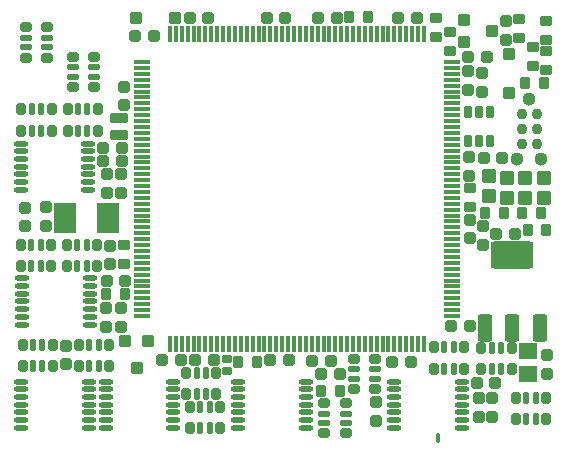
<source format=gts>
G04*
G04 #@! TF.GenerationSoftware,Altium Limited,Altium Designer,20.2.7 (254)*
G04*
G04 Layer_Color=7674933*
%FSLAX25Y25*%
%MOIN*%
G70*
G04*
G04 #@! TF.SameCoordinates,2CAF1E14-90DA-4ECA-8151-D2BA910CDBF6*
G04*
G04*
G04 #@! TF.FilePolarity,Negative*
G04*
G01*
G75*
G04:AMPARAMS|DCode=43|XSize=33.07mil|YSize=41.73mil|CornerRadius=5.51mil|HoleSize=0mil|Usage=FLASHONLY|Rotation=180.000|XOffset=0mil|YOffset=0mil|HoleType=Round|Shape=RoundedRectangle|*
%AMROUNDEDRECTD43*
21,1,0.03307,0.03071,0,0,180.0*
21,1,0.02205,0.04173,0,0,180.0*
1,1,0.01102,-0.01102,0.01535*
1,1,0.01102,0.01102,0.01535*
1,1,0.01102,0.01102,-0.01535*
1,1,0.01102,-0.01102,-0.01535*
%
%ADD43ROUNDEDRECTD43*%
G04:AMPARAMS|DCode=44|XSize=15.35mil|YSize=33.07mil|CornerRadius=7.68mil|HoleSize=0mil|Usage=FLASHONLY|Rotation=180.000|XOffset=0mil|YOffset=0mil|HoleType=Round|Shape=RoundedRectangle|*
%AMROUNDEDRECTD44*
21,1,0.01535,0.01772,0,0,180.0*
21,1,0.00000,0.03307,0,0,180.0*
1,1,0.01535,0.00000,0.00886*
1,1,0.01535,0.00000,0.00886*
1,1,0.01535,0.00000,-0.00886*
1,1,0.01535,0.00000,-0.00886*
%
%ADD44ROUNDEDRECTD44*%
G04:AMPARAMS|DCode=45|XSize=143.31mil|YSize=90.16mil|CornerRadius=11.22mil|HoleSize=0mil|Usage=FLASHONLY|Rotation=0.000|XOffset=0mil|YOffset=0mil|HoleType=Round|Shape=RoundedRectangle|*
%AMROUNDEDRECTD45*
21,1,0.14331,0.06772,0,0,0.0*
21,1,0.12087,0.09016,0,0,0.0*
1,1,0.02244,0.06043,-0.03386*
1,1,0.02244,-0.06043,-0.03386*
1,1,0.02244,-0.06043,0.03386*
1,1,0.02244,0.06043,0.03386*
%
%ADD45ROUNDEDRECTD45*%
G04:AMPARAMS|DCode=46|XSize=48.82mil|YSize=90.16mil|CornerRadius=7.09mil|HoleSize=0mil|Usage=FLASHONLY|Rotation=0.000|XOffset=0mil|YOffset=0mil|HoleType=Round|Shape=RoundedRectangle|*
%AMROUNDEDRECTD46*
21,1,0.04882,0.07598,0,0,0.0*
21,1,0.03465,0.09016,0,0,0.0*
1,1,0.01417,0.01732,-0.03799*
1,1,0.01417,-0.01732,-0.03799*
1,1,0.01417,-0.01732,0.03799*
1,1,0.01417,0.01732,0.03799*
%
%ADD46ROUNDEDRECTD46*%
G04:AMPARAMS|DCode=47|XSize=48.82mil|YSize=90.16mil|CornerRadius=7.09mil|HoleSize=0mil|Usage=FLASHONLY|Rotation=0.000|XOffset=0mil|YOffset=0mil|HoleType=Round|Shape=RoundedRectangle|*
%AMROUNDEDRECTD47*
21,1,0.04882,0.07599,0,0,0.0*
21,1,0.03465,0.09016,0,0,0.0*
1,1,0.01417,0.01732,-0.03799*
1,1,0.01417,-0.01732,-0.03799*
1,1,0.01417,-0.01732,0.03799*
1,1,0.01417,0.01732,0.03799*
%
%ADD47ROUNDEDRECTD47*%
%ADD48O,0.04882X0.01732*%
%ADD49O,0.05669X0.01417*%
%ADD50O,0.01417X0.05669*%
G04:AMPARAMS|DCode=51|XSize=38.98mil|YSize=38.98mil|CornerRadius=6.1mil|HoleSize=0mil|Usage=FLASHONLY|Rotation=180.000|XOffset=0mil|YOffset=0mil|HoleType=Round|Shape=RoundedRectangle|*
%AMROUNDEDRECTD51*
21,1,0.03898,0.02677,0,0,180.0*
21,1,0.02677,0.03898,0,0,180.0*
1,1,0.01221,-0.01339,0.01339*
1,1,0.01221,0.01339,0.01339*
1,1,0.01221,0.01339,-0.01339*
1,1,0.01221,-0.01339,-0.01339*
%
%ADD51ROUNDEDRECTD51*%
G04:AMPARAMS|DCode=52|XSize=38.98mil|YSize=38.98mil|CornerRadius=6.1mil|HoleSize=0mil|Usage=FLASHONLY|Rotation=270.000|XOffset=0mil|YOffset=0mil|HoleType=Round|Shape=RoundedRectangle|*
%AMROUNDEDRECTD52*
21,1,0.03898,0.02677,0,0,270.0*
21,1,0.02677,0.03898,0,0,270.0*
1,1,0.01221,-0.01339,-0.01339*
1,1,0.01221,-0.01339,0.01339*
1,1,0.01221,0.01339,0.01339*
1,1,0.01221,0.01339,-0.01339*
%
%ADD52ROUNDEDRECTD52*%
G04:AMPARAMS|DCode=53|XSize=44.88mil|YSize=48.82mil|CornerRadius=6.69mil|HoleSize=0mil|Usage=FLASHONLY|Rotation=270.000|XOffset=0mil|YOffset=0mil|HoleType=Round|Shape=RoundedRectangle|*
%AMROUNDEDRECTD53*
21,1,0.04488,0.03543,0,0,270.0*
21,1,0.03150,0.04882,0,0,270.0*
1,1,0.01339,-0.01772,-0.01575*
1,1,0.01339,-0.01772,0.01575*
1,1,0.01339,0.01772,0.01575*
1,1,0.01339,0.01772,-0.01575*
%
%ADD53ROUNDEDRECTD53*%
%ADD54R,0.06457X0.05669*%
G04:AMPARAMS|DCode=55|XSize=33.07mil|YSize=41.73mil|CornerRadius=5.51mil|HoleSize=0mil|Usage=FLASHONLY|Rotation=90.000|XOffset=0mil|YOffset=0mil|HoleType=Round|Shape=RoundedRectangle|*
%AMROUNDEDRECTD55*
21,1,0.03307,0.03071,0,0,90.0*
21,1,0.02205,0.04173,0,0,90.0*
1,1,0.01102,0.01535,0.01102*
1,1,0.01102,0.01535,-0.01102*
1,1,0.01102,-0.01535,-0.01102*
1,1,0.01102,-0.01535,0.01102*
%
%ADD55ROUNDEDRECTD55*%
G04:AMPARAMS|DCode=56|XSize=40.95mil|YSize=42.91mil|CornerRadius=6.3mil|HoleSize=0mil|Usage=FLASHONLY|Rotation=270.000|XOffset=0mil|YOffset=0mil|HoleType=Round|Shape=RoundedRectangle|*
%AMROUNDEDRECTD56*
21,1,0.04095,0.03032,0,0,270.0*
21,1,0.02835,0.04291,0,0,270.0*
1,1,0.01260,-0.01516,-0.01417*
1,1,0.01260,-0.01516,0.01417*
1,1,0.01260,0.01516,0.01417*
1,1,0.01260,0.01516,-0.01417*
%
%ADD56ROUNDEDRECTD56*%
G04:AMPARAMS|DCode=57|XSize=40.95mil|YSize=42.91mil|CornerRadius=6.3mil|HoleSize=0mil|Usage=FLASHONLY|Rotation=270.000|XOffset=0mil|YOffset=0mil|HoleType=Round|Shape=RoundedRectangle|*
%AMROUNDEDRECTD57*
21,1,0.04095,0.03032,0,0,270.0*
21,1,0.02835,0.04291,0,0,270.0*
1,1,0.01260,-0.01516,-0.01417*
1,1,0.01260,-0.01516,0.01417*
1,1,0.01260,0.01516,0.01417*
1,1,0.01260,0.01516,-0.01417*
%
%ADD57ROUNDEDRECTD57*%
%ADD58R,0.07244X0.10000*%
G04:AMPARAMS|DCode=59|XSize=29.13mil|YSize=40.95mil|CornerRadius=5.12mil|HoleSize=0mil|Usage=FLASHONLY|Rotation=180.000|XOffset=0mil|YOffset=0mil|HoleType=Round|Shape=RoundedRectangle|*
%AMROUNDEDRECTD59*
21,1,0.02913,0.03071,0,0,180.0*
21,1,0.01890,0.04095,0,0,180.0*
1,1,0.01024,-0.00945,0.01535*
1,1,0.01024,0.00945,0.01535*
1,1,0.01024,0.00945,-0.01535*
1,1,0.01024,-0.00945,-0.01535*
%
%ADD59ROUNDEDRECTD59*%
G04:AMPARAMS|DCode=60|XSize=31.1mil|YSize=37.01mil|CornerRadius=5.32mil|HoleSize=0mil|Usage=FLASHONLY|Rotation=0.000|XOffset=0mil|YOffset=0mil|HoleType=Round|Shape=RoundedRectangle|*
%AMROUNDEDRECTD60*
21,1,0.03110,0.02638,0,0,0.0*
21,1,0.02047,0.03701,0,0,0.0*
1,1,0.01063,0.01024,-0.01319*
1,1,0.01063,-0.01024,-0.01319*
1,1,0.01063,-0.01024,0.01319*
1,1,0.01063,0.01024,0.01319*
%
%ADD60ROUNDEDRECTD60*%
G04:AMPARAMS|DCode=61|XSize=23.23mil|YSize=37.01mil|CornerRadius=4.53mil|HoleSize=0mil|Usage=FLASHONLY|Rotation=0.000|XOffset=0mil|YOffset=0mil|HoleType=Round|Shape=RoundedRectangle|*
%AMROUNDEDRECTD61*
21,1,0.02323,0.02795,0,0,0.0*
21,1,0.01417,0.03701,0,0,0.0*
1,1,0.00906,0.00709,-0.01398*
1,1,0.00906,-0.00709,-0.01398*
1,1,0.00906,-0.00709,0.01398*
1,1,0.00906,0.00709,0.01398*
%
%ADD61ROUNDEDRECTD61*%
G04:AMPARAMS|DCode=62|XSize=41.34mil|YSize=38.98mil|CornerRadius=6.1mil|HoleSize=0mil|Usage=FLASHONLY|Rotation=270.000|XOffset=0mil|YOffset=0mil|HoleType=Round|Shape=RoundedRectangle|*
%AMROUNDEDRECTD62*
21,1,0.04134,0.02677,0,0,270.0*
21,1,0.02913,0.03898,0,0,270.0*
1,1,0.01221,-0.01339,-0.01457*
1,1,0.01221,-0.01339,0.01457*
1,1,0.01221,0.01339,0.01457*
1,1,0.01221,0.01339,-0.01457*
%
%ADD62ROUNDEDRECTD62*%
G04:AMPARAMS|DCode=63|XSize=40.95mil|YSize=42.91mil|CornerRadius=6.3mil|HoleSize=0mil|Usage=FLASHONLY|Rotation=180.000|XOffset=0mil|YOffset=0mil|HoleType=Round|Shape=RoundedRectangle|*
%AMROUNDEDRECTD63*
21,1,0.04095,0.03032,0,0,180.0*
21,1,0.02835,0.04291,0,0,180.0*
1,1,0.01260,-0.01417,0.01516*
1,1,0.01260,0.01417,0.01516*
1,1,0.01260,0.01417,-0.01516*
1,1,0.01260,-0.01417,-0.01516*
%
%ADD63ROUNDEDRECTD63*%
G04:AMPARAMS|DCode=64|XSize=40.95mil|YSize=42.91mil|CornerRadius=6.3mil|HoleSize=0mil|Usage=FLASHONLY|Rotation=180.000|XOffset=0mil|YOffset=0mil|HoleType=Round|Shape=RoundedRectangle|*
%AMROUNDEDRECTD64*
21,1,0.04095,0.03032,0,0,180.0*
21,1,0.02835,0.04291,0,0,180.0*
1,1,0.01260,-0.01417,0.01516*
1,1,0.01260,0.01417,0.01516*
1,1,0.01260,0.01417,-0.01516*
1,1,0.01260,-0.01417,-0.01516*
%
%ADD64ROUNDEDRECTD64*%
G04:AMPARAMS|DCode=65|XSize=31.1mil|YSize=37.01mil|CornerRadius=5.32mil|HoleSize=0mil|Usage=FLASHONLY|Rotation=270.000|XOffset=0mil|YOffset=0mil|HoleType=Round|Shape=RoundedRectangle|*
%AMROUNDEDRECTD65*
21,1,0.03110,0.02638,0,0,270.0*
21,1,0.02047,0.03701,0,0,270.0*
1,1,0.01063,-0.01319,-0.01024*
1,1,0.01063,-0.01319,0.01024*
1,1,0.01063,0.01319,0.01024*
1,1,0.01063,0.01319,-0.01024*
%
%ADD65ROUNDEDRECTD65*%
G04:AMPARAMS|DCode=66|XSize=23.23mil|YSize=37.01mil|CornerRadius=4.53mil|HoleSize=0mil|Usage=FLASHONLY|Rotation=270.000|XOffset=0mil|YOffset=0mil|HoleType=Round|Shape=RoundedRectangle|*
%AMROUNDEDRECTD66*
21,1,0.02323,0.02795,0,0,270.0*
21,1,0.01417,0.03701,0,0,270.0*
1,1,0.00906,-0.01398,-0.00709*
1,1,0.00906,-0.01398,0.00709*
1,1,0.00906,0.01398,0.00709*
1,1,0.00906,0.01398,-0.00709*
%
%ADD66ROUNDEDRECTD66*%
%ADD67C,0.03651*%
G04:AMPARAMS|DCode=68|XSize=33.07mil|YSize=60.63mil|CornerRadius=5.51mil|HoleSize=0mil|Usage=FLASHONLY|Rotation=270.000|XOffset=0mil|YOffset=0mil|HoleType=Round|Shape=RoundedRectangle|*
%AMROUNDEDRECTD68*
21,1,0.03307,0.04961,0,0,270.0*
21,1,0.02205,0.06063,0,0,270.0*
1,1,0.01102,-0.02480,-0.01102*
1,1,0.01102,-0.02480,0.01102*
1,1,0.01102,0.02480,0.01102*
1,1,0.01102,0.02480,-0.01102*
%
%ADD68ROUNDEDRECTD68*%
G04:AMPARAMS|DCode=69|XSize=33.07mil|YSize=29.13mil|CornerRadius=5.12mil|HoleSize=0mil|Usage=FLASHONLY|Rotation=180.000|XOffset=0mil|YOffset=0mil|HoleType=Round|Shape=RoundedRectangle|*
%AMROUNDEDRECTD69*
21,1,0.03307,0.01890,0,0,180.0*
21,1,0.02284,0.02913,0,0,180.0*
1,1,0.01024,-0.01142,0.00945*
1,1,0.01024,0.01142,0.00945*
1,1,0.01024,0.01142,-0.00945*
1,1,0.01024,-0.01142,-0.00945*
%
%ADD69ROUNDEDRECTD69*%
G04:AMPARAMS|DCode=70|XSize=41.34mil|YSize=38.98mil|CornerRadius=6.1mil|HoleSize=0mil|Usage=FLASHONLY|Rotation=180.000|XOffset=0mil|YOffset=0mil|HoleType=Round|Shape=RoundedRectangle|*
%AMROUNDEDRECTD70*
21,1,0.04134,0.02677,0,0,180.0*
21,1,0.02913,0.03898,0,0,180.0*
1,1,0.01221,-0.01457,0.01339*
1,1,0.01221,0.01457,0.01339*
1,1,0.01221,0.01457,-0.01339*
1,1,0.01221,-0.01457,-0.01339*
%
%ADD70ROUNDEDRECTD70*%
%ADD71C,0.04451*%
D43*
X110433Y17421D02*
D03*
X104134D02*
D03*
X76575Y27264D02*
D03*
X82874D02*
D03*
X158858Y76968D02*
D03*
X165157D02*
D03*
X119784Y142028D02*
D03*
X113484D02*
D03*
X177362Y76772D02*
D03*
X171063D02*
D03*
X179232Y71260D02*
D03*
X172933D02*
D03*
X32579Y49705D02*
D03*
X38878D02*
D03*
X172244Y120177D02*
D03*
X178543D02*
D03*
D44*
X142933Y1772D02*
D03*
D45*
X167913Y62992D02*
D03*
D46*
X176969Y38583D02*
D03*
X158858D02*
D03*
D47*
X167913D02*
D03*
D48*
X128543Y20669D02*
D03*
Y18110D02*
D03*
Y15551D02*
D03*
Y12992D02*
D03*
Y10433D02*
D03*
Y7874D02*
D03*
Y5315D02*
D03*
X150984Y20669D02*
D03*
Y18110D02*
D03*
Y15551D02*
D03*
Y12992D02*
D03*
Y10433D02*
D03*
Y7874D02*
D03*
Y5315D02*
D03*
X4527Y55020D02*
D03*
Y52461D02*
D03*
Y49902D02*
D03*
Y47343D02*
D03*
Y44783D02*
D03*
Y42224D02*
D03*
Y39665D02*
D03*
X26969Y55020D02*
D03*
Y52461D02*
D03*
Y49902D02*
D03*
Y47343D02*
D03*
Y44783D02*
D03*
Y42224D02*
D03*
Y39665D02*
D03*
X4035Y100000D02*
D03*
Y97441D02*
D03*
Y94882D02*
D03*
Y92323D02*
D03*
Y89764D02*
D03*
Y87205D02*
D03*
Y84646D02*
D03*
X26476Y100000D02*
D03*
Y97441D02*
D03*
Y94882D02*
D03*
Y92323D02*
D03*
Y89764D02*
D03*
Y87205D02*
D03*
Y84646D02*
D03*
X54724Y5315D02*
D03*
Y7874D02*
D03*
Y10433D02*
D03*
Y12992D02*
D03*
Y15551D02*
D03*
Y18110D02*
D03*
Y20669D02*
D03*
X32284Y5315D02*
D03*
Y7874D02*
D03*
Y10433D02*
D03*
Y12992D02*
D03*
Y15551D02*
D03*
Y18110D02*
D03*
Y20669D02*
D03*
X99016Y5315D02*
D03*
Y7874D02*
D03*
Y10433D02*
D03*
Y12992D02*
D03*
Y15551D02*
D03*
Y18110D02*
D03*
Y20669D02*
D03*
X76575Y5315D02*
D03*
Y7874D02*
D03*
Y10433D02*
D03*
Y12992D02*
D03*
Y15551D02*
D03*
Y18110D02*
D03*
Y20669D02*
D03*
X4232D02*
D03*
Y18110D02*
D03*
Y15551D02*
D03*
Y12992D02*
D03*
Y10433D02*
D03*
Y7874D02*
D03*
Y5315D02*
D03*
X26673Y20669D02*
D03*
Y18110D02*
D03*
Y15551D02*
D03*
Y12992D02*
D03*
Y10433D02*
D03*
Y7874D02*
D03*
Y5315D02*
D03*
D49*
X44291Y127165D02*
D03*
Y125197D02*
D03*
Y123228D02*
D03*
Y121260D02*
D03*
Y119291D02*
D03*
Y117323D02*
D03*
Y115354D02*
D03*
Y113386D02*
D03*
Y111417D02*
D03*
Y109449D02*
D03*
Y107480D02*
D03*
Y105512D02*
D03*
Y103543D02*
D03*
Y101575D02*
D03*
Y99606D02*
D03*
Y97638D02*
D03*
Y95669D02*
D03*
Y93701D02*
D03*
Y91732D02*
D03*
Y89764D02*
D03*
Y87795D02*
D03*
Y85827D02*
D03*
Y83858D02*
D03*
Y81890D02*
D03*
Y79921D02*
D03*
Y77953D02*
D03*
Y75984D02*
D03*
Y74016D02*
D03*
Y72047D02*
D03*
Y70079D02*
D03*
Y68110D02*
D03*
Y66142D02*
D03*
Y64173D02*
D03*
Y62205D02*
D03*
Y60236D02*
D03*
Y58268D02*
D03*
Y56299D02*
D03*
Y54331D02*
D03*
Y52362D02*
D03*
Y50394D02*
D03*
Y48425D02*
D03*
Y46457D02*
D03*
Y44488D02*
D03*
Y42520D02*
D03*
X147835D02*
D03*
Y44488D02*
D03*
Y46457D02*
D03*
Y48425D02*
D03*
Y50394D02*
D03*
Y52362D02*
D03*
Y54331D02*
D03*
Y56299D02*
D03*
Y58268D02*
D03*
Y60236D02*
D03*
Y62205D02*
D03*
Y64173D02*
D03*
Y66142D02*
D03*
Y68110D02*
D03*
Y70079D02*
D03*
Y72047D02*
D03*
Y74016D02*
D03*
Y75984D02*
D03*
Y77953D02*
D03*
Y79921D02*
D03*
Y81890D02*
D03*
Y83858D02*
D03*
Y85827D02*
D03*
Y87795D02*
D03*
Y89764D02*
D03*
Y91732D02*
D03*
Y93701D02*
D03*
Y95669D02*
D03*
Y97638D02*
D03*
Y99606D02*
D03*
Y101575D02*
D03*
Y103543D02*
D03*
Y105512D02*
D03*
Y107480D02*
D03*
Y109449D02*
D03*
Y111417D02*
D03*
Y113386D02*
D03*
Y115354D02*
D03*
Y117323D02*
D03*
Y119291D02*
D03*
Y121260D02*
D03*
Y123228D02*
D03*
Y125197D02*
D03*
Y127165D02*
D03*
D50*
X53740Y33071D02*
D03*
X55709D02*
D03*
X57677D02*
D03*
X59646D02*
D03*
X61614D02*
D03*
X63583D02*
D03*
X65551D02*
D03*
X67520D02*
D03*
X69488D02*
D03*
X71457D02*
D03*
X73425D02*
D03*
X75394D02*
D03*
X77362D02*
D03*
X79331D02*
D03*
X81299D02*
D03*
X83268D02*
D03*
X85236D02*
D03*
X87205D02*
D03*
X89173D02*
D03*
X91142D02*
D03*
X93110D02*
D03*
X95079D02*
D03*
X97047D02*
D03*
X99016D02*
D03*
X100984D02*
D03*
X102953D02*
D03*
X104921D02*
D03*
X106890D02*
D03*
X108858D02*
D03*
X110827D02*
D03*
X112795D02*
D03*
X114764D02*
D03*
X116732D02*
D03*
X118701D02*
D03*
X120669D02*
D03*
X122638D02*
D03*
X124606D02*
D03*
X126575D02*
D03*
X128543D02*
D03*
X130512D02*
D03*
X132480D02*
D03*
X134449D02*
D03*
X136417D02*
D03*
X138386D02*
D03*
Y136614D02*
D03*
X136417D02*
D03*
X134449D02*
D03*
X132480D02*
D03*
X130512D02*
D03*
X128543D02*
D03*
X126575D02*
D03*
X124606D02*
D03*
X122638D02*
D03*
X120669D02*
D03*
X118701D02*
D03*
X116732D02*
D03*
X114764D02*
D03*
X112795D02*
D03*
X110827D02*
D03*
X108858D02*
D03*
X106890D02*
D03*
X104921D02*
D03*
X102953D02*
D03*
X100984D02*
D03*
X99016D02*
D03*
X97047D02*
D03*
X95079D02*
D03*
X93110D02*
D03*
X91142D02*
D03*
X89173D02*
D03*
X87205D02*
D03*
X85236D02*
D03*
X83268D02*
D03*
X81299D02*
D03*
X79331D02*
D03*
X77362D02*
D03*
X75394D02*
D03*
X73425D02*
D03*
X71457D02*
D03*
X69488D02*
D03*
X67520D02*
D03*
X65551D02*
D03*
X63583D02*
D03*
X61614D02*
D03*
X59646D02*
D03*
X57677D02*
D03*
X55709D02*
D03*
X53740D02*
D03*
D51*
X155945Y20079D02*
D03*
X162165D02*
D03*
X153189Y128740D02*
D03*
X159409D02*
D03*
X162539Y69882D02*
D03*
X168760D02*
D03*
X62165Y27854D02*
D03*
X68386D02*
D03*
X135945Y141811D02*
D03*
X129724D02*
D03*
X127894Y27165D02*
D03*
X134114D02*
D03*
X42067Y135827D02*
D03*
X48287D02*
D03*
X158307Y95177D02*
D03*
X164527D02*
D03*
X51220Y27756D02*
D03*
X57441D02*
D03*
X104173Y23327D02*
D03*
X110394D02*
D03*
X37756Y94193D02*
D03*
X31536D02*
D03*
X66496Y141929D02*
D03*
X60276D02*
D03*
X85965Y141831D02*
D03*
X92185D02*
D03*
X103091Y141831D02*
D03*
X109311D02*
D03*
X153602Y39272D02*
D03*
X147382D02*
D03*
X87244Y27756D02*
D03*
X93465D02*
D03*
X107441Y27657D02*
D03*
X101221D02*
D03*
X37657Y98523D02*
D03*
X31437D02*
D03*
X32618Y54232D02*
D03*
X38839D02*
D03*
D52*
X165650Y140709D02*
D03*
Y134488D02*
D03*
X179429Y23268D02*
D03*
Y29488D02*
D03*
X153248Y117953D02*
D03*
Y124173D02*
D03*
X37303Y83602D02*
D03*
Y89823D02*
D03*
X157776Y117165D02*
D03*
Y123386D02*
D03*
X122343Y7520D02*
D03*
Y13740D02*
D03*
X156791Y8996D02*
D03*
Y15217D02*
D03*
X161221Y15216D02*
D03*
Y8996D02*
D03*
X12500Y78701D02*
D03*
Y72480D02*
D03*
X32776Y83602D02*
D03*
Y89823D02*
D03*
X37402Y38917D02*
D03*
Y45138D02*
D03*
X158169Y72402D02*
D03*
Y66181D02*
D03*
X32579Y38819D02*
D03*
Y45039D02*
D03*
X18996Y26417D02*
D03*
Y32638D02*
D03*
X5413Y72382D02*
D03*
Y78602D02*
D03*
X153543Y89311D02*
D03*
Y95531D02*
D03*
X153642Y74567D02*
D03*
Y68347D02*
D03*
X33760Y59685D02*
D03*
Y65905D02*
D03*
X38484Y118957D02*
D03*
Y112736D02*
D03*
D53*
X178445Y88386D02*
D03*
Y81693D02*
D03*
X165945Y81791D02*
D03*
Y88484D02*
D03*
X172146Y88386D02*
D03*
Y81693D02*
D03*
X160020Y82382D02*
D03*
Y89075D02*
D03*
D54*
X173228Y23327D02*
D03*
Y30807D02*
D03*
D55*
X147244Y130807D02*
D03*
Y137106D02*
D03*
X142520Y135630D02*
D03*
Y141929D02*
D03*
X153642Y85138D02*
D03*
Y78839D02*
D03*
X170177Y141535D02*
D03*
Y135236D02*
D03*
X179232Y130709D02*
D03*
Y124409D02*
D03*
X179232Y140846D02*
D03*
Y134547D02*
D03*
X174606Y132283D02*
D03*
Y125984D02*
D03*
X38583Y59744D02*
D03*
Y66043D02*
D03*
D56*
X161102Y137599D02*
D03*
X151850Y141339D02*
D03*
D57*
Y133858D02*
D03*
D58*
X18602Y75099D02*
D03*
X33169D02*
D03*
D59*
X160531Y100984D02*
D03*
X156791D02*
D03*
X153051D02*
D03*
Y110433D02*
D03*
X156791D02*
D03*
X160531D02*
D03*
D60*
X179035Y8169D02*
D03*
Y15256D02*
D03*
X168996D02*
D03*
Y8169D02*
D03*
X157579Y24705D02*
D03*
Y31791D02*
D03*
X167618D02*
D03*
Y24705D02*
D03*
X29429Y59153D02*
D03*
Y66240D02*
D03*
X19390D02*
D03*
Y59153D02*
D03*
X4134Y59154D02*
D03*
Y66240D02*
D03*
X14173D02*
D03*
Y59154D02*
D03*
X33366Y25787D02*
D03*
Y32874D02*
D03*
X23327D02*
D03*
Y25787D02*
D03*
X4626D02*
D03*
Y32874D02*
D03*
X14665D02*
D03*
Y25787D02*
D03*
X29626Y104331D02*
D03*
Y111417D02*
D03*
X19587D02*
D03*
Y104331D02*
D03*
X141732Y25000D02*
D03*
Y32087D02*
D03*
X151772D02*
D03*
Y25000D02*
D03*
X14272Y104331D02*
D03*
Y111417D02*
D03*
X4232D02*
D03*
Y104331D02*
D03*
X69193Y23524D02*
D03*
Y16437D02*
D03*
X59153D02*
D03*
Y23524D02*
D03*
X60335Y5217D02*
D03*
Y12303D02*
D03*
X70374D02*
D03*
Y5217D02*
D03*
D61*
X172441Y15256D02*
D03*
X175591D02*
D03*
Y8169D02*
D03*
X172441D02*
D03*
X161024Y24705D02*
D03*
X164173D02*
D03*
Y31791D02*
D03*
X161024D02*
D03*
X22835Y66240D02*
D03*
X25984D02*
D03*
Y59153D02*
D03*
X22835D02*
D03*
X7579Y59154D02*
D03*
X10728D02*
D03*
Y66240D02*
D03*
X7579D02*
D03*
X26772Y32874D02*
D03*
X29921D02*
D03*
Y25787D02*
D03*
X26772D02*
D03*
X8071D02*
D03*
X11221D02*
D03*
Y32874D02*
D03*
X8071D02*
D03*
X23032Y111417D02*
D03*
X26181D02*
D03*
Y104331D02*
D03*
X23032D02*
D03*
X145177Y25000D02*
D03*
X148327D02*
D03*
Y32087D02*
D03*
X145177D02*
D03*
X7677Y111417D02*
D03*
X10827D02*
D03*
Y104331D02*
D03*
X7677D02*
D03*
X65748Y23524D02*
D03*
X62598D02*
D03*
Y16437D02*
D03*
X65748D02*
D03*
X63780Y5217D02*
D03*
X66929D02*
D03*
Y12303D02*
D03*
X63780D02*
D03*
D62*
X166732Y116929D02*
D03*
Y129921D02*
D03*
D63*
X46358Y34331D02*
D03*
X42618Y25079D02*
D03*
D64*
X38878Y34331D02*
D03*
D65*
X105196Y13384D02*
D03*
X112283D02*
D03*
Y3345D02*
D03*
X105196D02*
D03*
X114961Y28248D02*
D03*
X122047D02*
D03*
Y18209D02*
D03*
X114961D02*
D03*
X28504Y128917D02*
D03*
X21417D02*
D03*
Y118877D02*
D03*
X28504D02*
D03*
X12894Y138681D02*
D03*
X5807D02*
D03*
Y128642D02*
D03*
X12894D02*
D03*
D66*
X105196Y9940D02*
D03*
Y6790D02*
D03*
X112283D02*
D03*
Y9940D02*
D03*
X114961Y24803D02*
D03*
Y21654D02*
D03*
X122047D02*
D03*
Y24803D02*
D03*
X21417Y122322D02*
D03*
Y125472D02*
D03*
X28504D02*
D03*
Y122322D02*
D03*
X5807Y132087D02*
D03*
Y135236D02*
D03*
X12894D02*
D03*
Y132087D02*
D03*
D67*
X175925Y99921D02*
D03*
X170925D02*
D03*
X175925Y104921D02*
D03*
X170925D02*
D03*
X175925Y109921D02*
D03*
X170925D02*
D03*
D68*
X36614Y108661D02*
D03*
Y102756D02*
D03*
D69*
X72835Y28150D02*
D03*
Y24213D02*
D03*
D70*
X55315Y141831D02*
D03*
X42323D02*
D03*
D71*
X169425Y94921D02*
D03*
X177425D02*
D03*
X173425Y114921D02*
D03*
M02*

</source>
